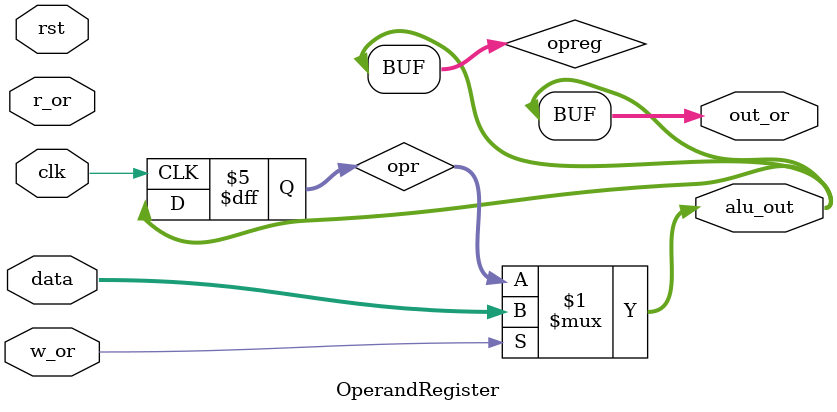
<source format=v>
`timescale 1ns / 1ps
/*
* Copyright (c) 2023, Shiv Nadar University, Delhi NCR, India. All Rights
* Reserved. Permission to use, copy, modify and distribute this software for
* educational, research, and not-for-profit purposes, without fee and without a
* signed license agreement, is hereby granted, provided that this paragraph and
* the following two paragraphs appear in all copies, modifications, and
* distributions.
*
* IN NO EVENT SHALL SHIV NADAR UNIVERSITY BE LIABLE TO ANY PARTY FOR DIRECT,
* INDIRECT, SPECIAL, INCIDENTAL, OR CONSEQUENTIAL DAMAGES, INCLUDING LOST
* PROFITS, ARISING OUT OF THE USE OF THIS SOFTWARE.
*
* SHIV NADAR UNIVERSITY SPECIFICALLY DISCLAIMS ANY WARRANTIES, INCLUDING, BUT
* NOT LIMITED TO, THE IMPLIED WARRANTIES OF MERCHANTABILITY AND FITNESS FOR A
* PARTICULAR PURPOSE. THE SOFTWARE PROVIDED HEREUNDER IS PROVIDED "AS IS". SHIV
* NADAR UNIVERSITY HAS NO OBLIGATION TO PROVIDE MAINTENANCE, SUPPORT, UPDATES,
* ENHANCEMENTS, OR MODIFICATIONS.
*
* Revision History:
*            Date                  By                          Change Notes
* ----------------------- ---------------------- ------------------------------------------
*    26th October 2023          Aditi Sharma                  Base Code
*   
*   
*                                                                                
*                                      
*   
*/
//////////////////////////////////////////////////////////////////////////////////


module OperandRegister( input clk, 
                        input rst,
                        input r_or, w_or,
                        input [7:0] data,
                        output [7:0] out_or,
                        output [7:0] alu_out);
                        
reg [7:0] opr;
wire [7:0] opreg;

assign opreg = (w_or)? data : opr;

assign alu_out = opreg;

assign out_or = opreg;

initial
begin
    opr <= 8'bz;
end

always @(posedge clk)
begin
    //$monitor("%t, OR = %b" , $time, opreg);

    
    if(rst == 1'b1)
        begin
            opr <= 0;
        end    

    /*if(w_or == 1'b1)
    begin 
        opr <= data;
    end */
    
    opr <= opreg;

end                                                                                                                                                                                                                                                                                                                                                                                                                                                                                                                                                                                                                                                 
 

endmodule

</source>
